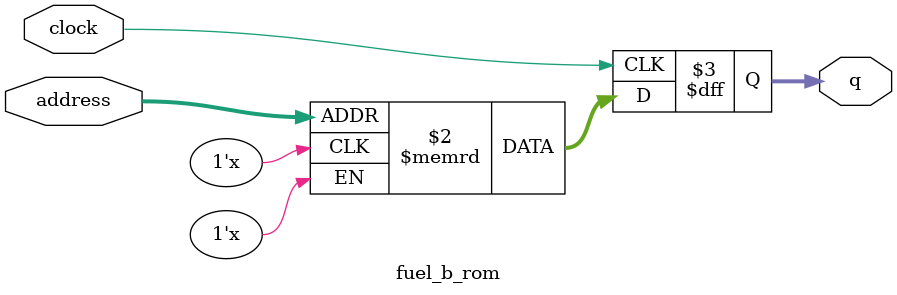
<source format=sv>
module fuel_b_rom (
	input logic clock,
	input logic [9:0] address,
	output logic [2:0] q
);

logic [2:0] memory [0:967] /* synthesis ram_init_file = "./fuel_b/fuel_b.mif" */;

always_ff @ (posedge clock) begin
	q <= memory[address];
end

endmodule

</source>
